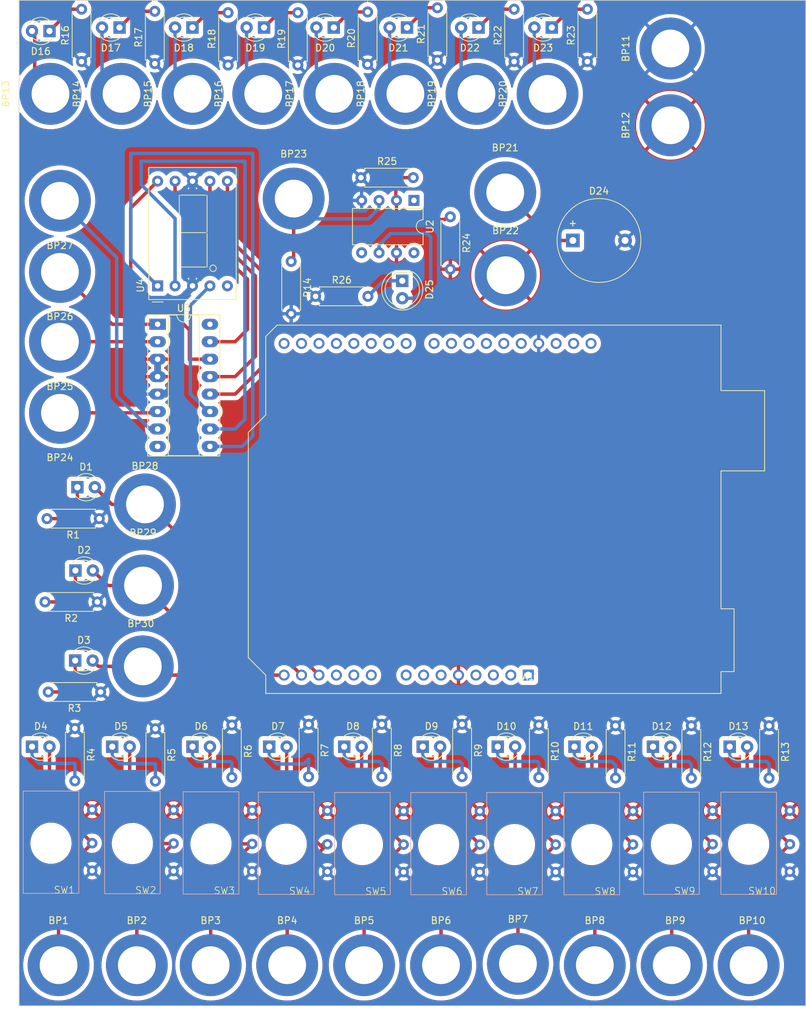
<source format=kicad_pcb>
(kicad_pcb (version 20221018) (generator pcbnew)
  (layers (0 "F.Cu" signal) (31 "B.Cu" signal) (34 "B.Paste" user) (35 "F.Paste" user) (36 "B.SilkS" user "B.Silkscreen") (37 "F.SilkS" user "F.Silkscreen") (38 "B.Mask" user) (39 "F.Mask" user) (44 "Edge.Cuts" user))
  (net 0 "")
  (net 1 "GNDREF")
  (net 2 "Net-(D6-K)")
  (net 3 "Net-(D25-K)")
  (net 4 "Net-(U2--)")
  (net 5 "+5V")
  (net 6 "Net-(D23-K)")
  (net 7 "Net-(D22-K)")
  (net 8 "Net-(D21-K)")
  (net 9 "Net-(D20-K)")
  (net 10 "Net-(D19-K)")
  (net 11 "Net-(D18-K)")
  (net 12 "Net-(D17-K)")
  (net 13 "Net-(D16-K)")
  (net 14 "/V(input)")
  (net 15 "Net-(D13-K)")
  (net 16 "Net-(D12-K)")
  (net 17 "Net-(D11-K)")
  (net 18 "Net-(D10-K)")
  (net 19 "Net-(D9-K)")
  (net 20 "Net-(D8-K)")
  (net 21 "Net-(D7-K)")
  (net 22 "Net-(D1-K)")
  (net 23 "Net-(D2-K)")
  (net 24 "Net-(D3-K)")
  (net 25 "Net-(D4-K)")
  (net 26 "Net-(D5-K)")
  (net 29 "Net-(D25-A)")
  (net 31 "Net-(BP26-A)")
  (net 32 "Net-(BP25-A)")
  (net 33 "Net-(BP24-A)")
  (net 34 "Net-(BP27-A)")
  (net 35 "Vss")
  (net 36 "Net-(U3-Qe)")
  (net 37 "Net-(U3-Qd)")
  (net 38 "Net-(U3-Qc)")
  (net 39 "Net-(U3-Qb)")
  (net 40 "Net-(U3-Qa)")
  (net 41 "Net-(U3-Qg)")
  (net 42 "Net-(U3-Qf)")
  (net 43 "Vdd")
  (net 44 "Net-(BP30-A)")
  (net 45 "Net-(BP29-A)")
  (net 46 "Net-(BP14-A)")
  (net 47 "Net-(BP1-A)")
  (net 48 "Net-(BP2-A)")
  (net 49 "Net-(BP3-A)")
  (net 50 "Net-(BP4-A)")
  (net 51 "Net-(BP5-A)")
  (net 52 "Net-(BP6-A)")
  (net 53 "Net-(BP7-A)")
  (net 54 "Net-(BP8-A)")
  (net 55 "Net-(BP9-A)")
  (net 56 "Net-(BP10-A)")
  (net 57 "Net-(BP13-A)")
  (net 58 "Net-(A1-A3)")
  (net 59 "Net-(BP15-A)")
  (net 60 "Net-(BP16-A)")
  (net 61 "Net-(BP17-A)")
  (net 62 "Net-(BP18-A)")
  (net 63 "Net-(BP19-A)")
  (net 64 "Net-(BP20-A)")
  (net 65 "Net-(BP21-A)")
  (footprint "MountingHole:banana_plug(modified thickness)" (layer "F.Cu") (at 17.15 140.4)
    (fp_text reference "BP2")
    (fp_text value "banana plug")
  )
  (footprint "MountingHole:banana_plug(modified thickness)" (layer "F.Cu") (at 5.952 60.026 180)
    (fp_text reference "BP24")
    (fp_text value "banana plug")
  )
  (footprint "Button_Switch_THT:SPDT_platemount_switch(platemount)" (layer "F.Cu") (at 63.05 130.15)
    (fp_text reference "SW6")
    (fp_text value "SW_Push_SPDT")
  )
  (footprint "MountingHole:banana_plug(modified thickness)" (layer "F.Cu") (at 50.244 140.4)
    (fp_text reference "BP5")
    (fp_text value "banana plug")
  )
  (footprint "LED_THT:LED_D3.0mm" (layer "F.Cu") (at 25.256 3.956 180)
    (fp_text reference "D18")
    (fp_text value "CQY99")
  )
  (footprint "Resistor_THT:R_Axial_DIN0207_L6.3mm_D2.5mm_P7.62mm_Horizontal" (layer "F.Cu") (at 19.85 106 -90)
    (fp_text reference "R5")
    (fp_text value "330")
  )
  (footprint "LED_THT:LED_D3.0mm" (layer "F.Cu") (at 66.912 3.956 180)
    (fp_text reference "D22")
    (fp_text value "CQY99")
  )
  (footprint "MountingHole:banana_plug(modified thickness)" (layer "F.Cu") (at 66.61 13.608 90)
    (fp_text reference "BP19")
    (fp_text value "banana plug")
  )
  (footprint "LED_THT:LED_D3.0mm" (layer "F.Cu") (at 92.312 108.604)
    (fp_text reference "D12")
    (fp_text value "CQY99")
  )
  (footprint "LED_THT:LED_D3.0mm" (layer "F.Cu") (at 56.503 3.956 180)
    (fp_text reference "D21")
    (fp_text value "CQY99")
  )
  (footprint "MountingHole:banana_plug(modified thickness)" (layer "F.Cu") (at 4.572 13.608 90)
    (fp_text reference "BP13")
    (fp_text value "banana plug")
  )
  (footprint "Display_7Segment:D1X8K" (layer "F.Cu") (at 20.176 41.548 90)
    (fp_text reference "U4")
    (fp_text value "D168K")
  )
  (footprint "Button_Switch_THT:SPDT_platemount_switch(platemount)" (layer "F.Cu") (at 51.95 130.15)
    (fp_text reference "SW5")
    (fp_text value "SW_Push_SPDT")
  )
  (footprint "MountingHole:banana_plug(modified thickness)" (layer "F.Cu") (at 14.922 13.608 90)
    (fp_text reference "BP14")
    (fp_text value "banana plug")
  )
  (footprint "MountingHole:banana_plug(modified thickness)" (layer "F.Cu") (at 5.75 140.4)
    (fp_text reference "BP1")
    (fp_text value "banana plug")
  )
  (footprint "Resistor_THT:R_Axial_DIN0207_L6.3mm_D2.5mm_P7.62mm_Horizontal" (layer "F.Cu") (at 109.22 105.556 -90)
    (fp_text reference "R13")
    (fp_text value "330")
  )
  (footprint "MountingHole:banana_plug(modified thickness)" (layer "F.Cu") (at 70.8 27.95)
    (fp_text reference "BP21")
    (fp_text value "banana plug")
  )
  (footprint "LED_THT:LED_D3.0mm" (layer "F.Cu") (at 4.428 4.464 180)
    (fp_text reference "D16")
    (fp_text value "CQY99")
  )
  (footprint "Resistor_THT:R_Axial_DIN0207_L6.3mm_D2.5mm_P7.62mm_Horizontal" (layer "F.Cu") (at 64.516 105.349 -90)
    (fp_text reference "R9")
    (fp_text value "330")
  )
  (footprint "MountingHole:banana_plug(modified thickness)" (layer "F.Cu") (at 39.044 140.4)
    (fp_text reference "BP4")
    (fp_text value "banana plug")
  )
  (footprint "Resistor_THT:R_Axial_DIN0207_L6.3mm_D2.5mm_P7.62mm_Horizontal" (layer "F.Cu") (at 30.988 105.4525 -90)
    (fp_text reference "R6")
    (fp_text value "330")
  )
  (footprint "LED_THT:LED_D3.0mm" (layer "F.Cu") (at 77.58 3.956 180)
    (fp_text reference "D23")
    (fp_text value "CQY99")
  )
  (footprint "MountingHole:banana_plug(modified thickness)" (layer "F.Cu") (at 72.65 140.2)
    (fp_text reference "BP7")
    (fp_text value "banana plug")
  )
  (footprint "Resistor_THT:R_Axial_DIN0207_L6.3mm_D2.5mm_P7.62mm_Horizontal" (layer "F.Cu") (at 19.768 9.211 90)
    (fp_text reference "R17")
    (fp_text value "330")
  )
  (footprint "Resistor_THT:R_Axial_DIN0207_L6.3mm_D2.5mm_P7.62mm_Horizontal" (layer "F.Cu") (at 52.832 105.349 -90)
    (fp_text reference "R8")
    (fp_text value "330")
  )
  (footprint "LED_THT:LED_D3.0mm" (layer "F.Cu") (at 8.1755 96.0715)
    (fp_text reference "D3")
    (fp_text value "CQY99")
  )
  (footprint "LED_THT:LED_D3.0mm" (layer "F.Cu") (at 47.349 108.604)
    (fp_text reference "D8")
    (fp_text value "CQY99")
  )
  (footprint "LED_THT:LED_D5.0mm_IRGrey" (layer "F.Cu") (at 55.804 40.812 -90)
    (fp_text reference "D25")
    (fp_text value "LED")
  )
  (footprint "Resistor_THT:R_Axial_DIN0207_L6.3mm_D2.5mm_P7.62mm_Horizontal" (layer "F.Cu") (at 42.164 105.349 -90)
    (fp_text reference "R7")
    (fp_text value "330")
  )
  (footprint "MountingHole:banana_plug(modified thickness)" (layer "F.Cu") (at 5.952 39.516 180)
    (fp_text reference "BP26")
    (fp_text value "banana plug")
  )
  (footprint "Button_Switch_THT:SPDT_platemount_switch(platemount)" (layer "F.Cu") (at 74.1 130.15)
    (fp_text reference "SW7")
    (fp_text value "SW_Push_SPDT")
  )
  (footprint "LED_THT:LED_D3.0mm" (layer "F.Cu") (at 35.675 3.956 180)
    (fp_text reference "D19")
    (fp_text value "CQY99")
  )
  (footprint "MountingHole:banana_plug(modified thickness)" (layer "F.Cu") (at 27.9 140.4)
    (fp_text reference "BP3")
    (fp_text value "banana plug")
  )
  (footprint "MountingHole:banana_plug(modified thickness)" (layer "F.Cu") (at 18.05 85.15)
    (fp_text reference "BP29")
    (fp_text value "banana plug")
  )
  (footprint "Resistor_THT:R_Axial_DIN0207_L6.3mm_D2.5mm_P7.62mm_Horizontal" (layer "F.Cu") (at 62.8 31.5 -90)
    (fp_text reference "R24")
    (fp_text value "330")
  )
  (footprint "LED_THT:LED_D3.0mm" (layer "F.Cu") (at 69.701 108.604)
    (fp_text reference "D10")
    (fp_text value "CQY99")
  )
  (footprint "MountingHole:banana_plug(modified thickness)" (layer "F.Cu") (at 18.335 73.35)
    (fp_text reference "BP28")
    (fp_text value "banana plug")
  )
  (footprint "Package_DIP:DIP-8_W7.62mm" (layer "F.Cu") (at 57.504 29.112 -90)
    (fp_text reference "U2")
    (fp_text value "LM741")
  )
  (footprint "Resistor_THT:R_Axial_DIN0207_L6.3mm_D2.5mm_P7.62mm_Horizontal" (layer "F.Cu") (at 39.624 37.992 -90)
    (fp_text reference "R14")
    (fp_text value "330")
  )
  (footprint "MountingHole:banana_plug(modified thickness)" (layer "F.Cu") (at 95.044 140.4)
    (fp_text reference "BP9")
    (fp_text value "banana plug")
  )
  (footprint "MountingHole:banana_plug(modified thickness)" (layer "F.Cu") (at 35.56 13.608 90)
    (fp_text reference "BP16")
    (fp_text value "banana plug")
  )
  (footprint "Resistor_THT:R_Axial_DIN0207_L6.3mm_D2.5mm_P7.62mm_Horizontal" (layer "F.Cu") (at 43.18 43.072)
    (fp_text reference "R26")
    (fp_text value "330")
  )
  (footprint "Resistor_THT:R_Axial_DIN0207_L6.3mm_D2.5mm_P7.62mm_Horizontal" (layer "F.Cu") (at 75.692 105.4525 -90)
    (fp_text reference "R10")
    (fp_text value "330")
  )
  (footprint "MountingHole:banana_plug(modified thickness)" (layer "F.Cu") (at 70.85 40)
    (fp_text reference "BP22")
    (fp_text value "banana plug")
  )
  (footprint "MountingHole:banana_plug(modified thickness)" (layer "F.Cu") (at 94.852 7.004 90)
    (fp_text reference "BP11")
    (fp_text value "banana plug")
  )
  (footprint "LED_THT:LED_D3.0mm" (layer "F.Cu") (at 58.784 108.604)
    (fp_text reference "D9")
    (fp_text value "CQY99")
  )
  (footprint "MountingHole:banana_plug(modified thickness)" (layer "F.Cu") (at 39.988 28.848)
    (fp_text reference "BP23")
    (fp_text value "banana plug")
  )
  (footprint "MountingHole:banana_plug(modified thickness)" (layer "F.Cu") (at 83.844 140.4)
    (fp_text reference "BP8")
    (fp_text value "banana plug")
  )
  (footprint "Button_Switch_THT:SPDT_platemount_switch(platemount)" (layer "F.Cu") (at 6.6 129.95)
    (fp_text reference "SW1")
    (fp_text value "SW_Push_SPDT")
  )
  (footprint "Resistor_THT:R_Axial_DIN0207_L6.3mm_D2.5mm_P7.62mm_Horizontal" (layer "F.Cu") (at 11.8755 100.6435 180)
    (fp_text reference "R3")
    (fp_text value "330")
  )
  (footprint "Resistor_THT:R_Axial_DIN0207_L6.3mm_D2.5mm_P7.62mm_Horizontal" (layer "F.Cu") (at 60.916 8.703 90)
    (fp_text reference "R21")
    (fp_text value "330")
  )
  (footprint "LED_THT:LED_D3.0mm" (layer "F.Cu") (at 8.492 70.851)
    (fp_text reference "D1")
    (fp_text value "CQY99")
  )
  (footprint "Resistor_THT:R_Axial_DIN0207_L6.3mm_D2.5mm_P7.62mm_Horizontal" (layer "F.Cu") (at 11.399 87.541 180)
    (fp_text reference "R2")
    (fp_text value "330")
  )
  (footprint "Resistor_THT:R_Axial_DIN0207_L6.3mm_D2.5mm_P7.62mm_Horizontal" (layer "F.Cu") (at 40.596 9.418 90)
    (fp_text reference "R19")
    (fp_text value "330")
  )
  (footprint "LED_THT:LED_D3.0mm" (layer "F.Cu") (at 36.432 108.604)
    (fp_text reference "D7")
    (fp_text value "CQY99")
  )
  (footprint "LED_THT:LED_D3.0mm" (layer "F.Cu") (at 14.626 3.956 180)
    (fp_text reference "D17")
    (fp_text value "CQY99")
  )
  (footprint "MountingHole:banana_plug(modified thickness)" (layer "F.Cu") (at 5.952 29.166 180)
    (fp_text reference "BP27")
    (fp_text value "banana plug")
  )
  (footprint "LED_THT:LED_D3.0mm" (layer "F.Cu") (at 25.256 108.604)
    (fp_text reference "D6")
    (fp_text value "CQY99")
  )
  (footprint "LED_THT:LED_D3.0mm" (layer "F.Cu") (at 80.877 108.604)
    (fp_text reference "D11")
    (fp_text value "CQY99")
  )
  (footprint "Resistor_THT:R_Axial_DIN0207_L6.3mm_D2.5mm_P7.62mm_Horizontal" (layer "F.Cu") (at 82.76 8.91 90)
    (fp_text reference "R23")
    (fp_text value "330")
  )
  (footprint "Button_Switch_THT:SPDT_platemount_switch(platemount)" (layer "F.Cu") (at 29.9 130.05)
    (fp_text reference "SW3")
    (fp_text value "SW_Push_SPDT")
  )
  (footprint "Package_DIP:DIP-16_W7.62mm_Socket_LongPads" (layer "F.Cu") (at 20.176 47.136)
    (fp_text reference "U3")
    (fp_text value "CD4511B")
  )
  (footprint "LED_THT:LED_D3.0mm" (layer "F.Cu") (at 103.488 108.604)
    (fp_text reference "D13")
    (fp_text value "CQY99")
  )
  (footprint "Resistor_THT:R_Axial_DIN0207_L6.3mm_D2.5mm_P7.62mm_Horizontal" (layer "F.Cu") (at 72.092 8.91 90)
    (fp_text reference "R22")
    (fp_text value "330")
  )
  (footprint "Module:Arduino_UNO_R3" (layer "F.Cu") (at 74.151 98.19 180)
    (fp_text reference "A1")
    (fp_text value "Arduino_UNO_R3")
  )
  (footprint "Resistor_THT:R_Axial_DIN0207_L6.3mm_D2.5mm_P7.62mm_Horizontal" (layer "F.Cu") (at 8.128 105.9605 -90)
    (fp_text reference "R4")
    (fp_text value "330")
  )
  (footprint "LED_THT:LED_D3.0mm" (layer "F.Cu") (at 1.888 108.604)
    (fp_text reference "D4")
    (fp_text value "CQY99")
  )
  (footprint "Resistor_THT:R_Axial_DIN0207_L6.3mm_D2.5mm_P7.62mm_Horizontal" (layer "F.Cu") (at 86.868 105.556 -90)
    (fp_text reference "R11")
    (fp_text value "330")
  )
  (footprint "Resistor_THT:R_Axial_DIN0207_L6.3mm_D2.5mm_P7.62mm_Horizontal" (layer "F.Cu") (at 30.436 9.418 90)
    (fp_text reference "R18")
    (fp_text value "330")
  )
  (footprint "Button_Switch_THT:SPDT_platemount_switch(platemount)" (layer "F.Cu") (at 96.95 130.1)
    (fp_text reference "SW9")
    (fp_text value "SW_Push_SPDT")
  )
  (footprint "Resistor_THT:R_Axial_DIN0207_L6.3mm_D2.5mm_P7.62mm_Horizontal" (layer "F.Cu") (at 49.784 25.8)
    (fp_text reference "R25")
    (fp_text value "330")
  )
  (footprint "Resistor_THT:R_Axial_DIN0207_L6.3mm_D2.5mm_P7.62mm_Horizontal" (layer "F.Cu") (at 9.1 8.91 90)
    (fp_text reference "R16")
    (fp_text value "330")
  )
  (footprint "LED_THT:LED_D3.0mm" (layer "F.Cu") (at 13.572 108.604)
    (fp_text reference "D5")
    (fp_text value "CQY99")
  )
  (footprint "MountingHole:banana_plug(modified thickness)" (layer "F.Cu") (at 56.26 13.608 90)
    (fp_text reference "BP18")
    (fp_text value "banana plug")
  )
  (footprint "Button_Switch_THT:SPDT_platemount_switch(platemount)" (layer "F.Cu") (at 40.85 130.1)
    (fp_text reference "SW4")
    (fp_text value "SW_Push_SPDT")
  )
  (footprint "MountingHole:banana_plug(modified thickness)" (layer "F.Cu") (at 94.852 18.18 90)
    (fp_text reference "BP12")
    (fp_text value "banana plug")
  )
  (footprint "Resistor_THT:R_Axial_DIN0207_L6.3mm_D2.5mm_P7.62mm_Horizontal" (layer "F.Cu") (at 97.9 105.556 -90)
    (fp_text reference "R12")
    (fp_text value "330")
  )
  (footprint "MountingHole:banana_plug(modified thickness)" (layer "F.Cu") (at 5.952 49.676 180)
    (fp_text reference "BP25")
    (fp_text value "banana plug")
  )
  (footprint "Buzzer_Beeper:Buzzer_12x9.5RM7.6" (layer "F.Cu") (at 80.648 34.944)
    (fp_text reference "D24")
    (fp_text value "LED")
  )
  (footprint "Resistor_THT:R_Axial_DIN0207_L6.3mm_D2.5mm_P7.62mm_Horizontal" (layer "F.Cu") (at 50.756 9.3145 90)
    (fp_text reference "R20")
    (fp_text value "330")
  )
  (footprint "Button_Switch_THT:SPDT_platemount_switch(platemount)" (layer "F.Cu") (at 18.45 130)
    (fp_text reference "SW2")
    (fp_text value "SW_Push_SPDT")
  )
  (footprint "Resistor_THT:R_Axial_DIN0207_L6.3mm_D2.5mm_P7.62mm_Horizontal" (layer "F.Cu") (at 11.684 75.423 180)
    (fp_text reference "R1")
    (fp_text value "330")
  )
  (footprint "LED_THT:LED_D3.0mm" (layer "F.Cu") (at 45.835 3.956 180)
    (fp_text reference "D20")
    (fp_text value "CQY99")
  )
  (footprint "MountingHole:banana_plug(modified thickness)" (layer "F.Cu") (at 76.96 13.608 90)
    (fp_text reference "BP20")
    (fp_text value "banana plug")
  )
  (footprint "LED_THT:LED_D3.0mm" (layer "F.Cu") (at 8.207 82.969)
    (fp_text reference "D2")
    (fp_text value "CQY99")
  )
  (footprint "Button_Switch_THT:SPDT_platemount_switch(platemount)" (layer "F.Cu") (at 108.2 130.1)
    (fp_text reference "SW10")
    (fp_text value "SW_Push_SPDT")
  )
  (footprint "MountingHole:banana_plug(modified thickness)" (layer "F.Cu") (at 106.244 140.4)
    (fp_text reference "BP10")
    (fp_text value "banana plug")
  )
  (footprint "Button_Switch_THT:SPDT_platemount_switch(platemount)" (layer "F.Cu") (at 85.35 130.15)
    (fp_text reference "SW8")
    (fp_text value "SW_Push_SPDT")
  )
  (footprint "MountingHole:banana_plug(modified thickness)" (layer "F.Cu") (at 45.91 13.608 90)
    (fp_text reference "BP17")
    (fp_text value "banana plug")
  )
  (footprint "MountingHole:banana_plug(modified thickness)" (layer "F.Cu") (at 18.0185 96.9185)
    (fp_text reference "BP30")
    (fp_text value "banana plug")
  )
  (footprint "MountingHole:banana_plug(modified thickness)" (layer "F.Cu") (at 61.444 140.4)
    (fp_text reference "BP6")
    (fp_text value "banana plug")
  )
  (footprint "MountingHole:banana_plug(modified thickness)" (layer "F.Cu") (at 25.272 13.608 90)
    (fp_text reference "BP15")
    (fp_text value "banana plug")
  )
  (gr_rect (start 0 0) (end 114.55 146.304) (stroke (width 0.1)) (fill none) (layer "Edge.Cuts"))
  (segment (start 49.884 25.9) (end 49.784 25.8) (width 1) (layer "F.Cu") (net 1))
  (segment (start 23.15 55.45337) (end 21.30737 57.296) (width 1) (layer "B.Cu") (net 1))
  (segment (start 25.256 41.548) (end 25.256 41.765717) (width 1) (layer "B.Cu") (net 1))
  (segment (start 23.15 43.871717) (end 23.15 55.45337) (width 1) (layer "B.Cu") (net 1))
  (segment (start 25.256 26.308) (end 25.256 41.548) (width 1) (layer "B.Cu") (net 1))
  (segment (start 21.30737 57.296) (end 20.176 57.296) (width 1) (layer "B.Cu") (net 1))
  (segment (start 25.256 41.765717) (end 23.15 43.871717) (width 1) (layer "B.Cu") (net 1))
  (segment (start 25.256 108.604) (end 25.256 110.004) (width 0.5) (layer "B.Cu") (net 2))
  (segment (start 26.006 110.754) (end 30.7665 110.754) (width 0.5) (layer "B.Cu") (net 2))
  (segment (start 30.988 110.9755) (end 30.988 113.0725) (width 0.5) (layer "B.Cu") (net 2))
  (segment (start 30.7665 110.754) (end 30.988 110.9755) (width 0.5) (layer "B.Cu") (net 2))
  (segment (start 25.256 110.004) (end 26.006 110.754) (width 0.5) (layer "B.Cu") (net 2))
  (segment (start 53.06 40.812) (end 55.804 40.812) (width 0.5) (layer "B.Cu") (net 3))
  (segment (start 50.8 43.072) (end 53.06 40.812) (width 0.5) (layer "B.Cu") (net 3))
  (segment (start 56.188 31.896) (end 61.976 31.896) (width 0.5) (layer "F.Cu") (net 4))
  (segment (start 54.964 29.112) (end 54.964 30.672) (width 0.5) (layer "F.Cu") (net 4))
  (segment (start 54.864 25.8) (end 54.864 29.012) (width 0.5) (layer "F.Cu") (net 4))
  (segment (start 54.864 29.012) (end 54.964 29.112) (width 0.5) (layer "F.Cu") (net 4))
  (segment (start 57.404 25.8) (end 54.864 25.8) (width 0.5) (layer "F.Cu") (net 4))
  (segment (start 61.976 31.896) (end 62.484 31.388) (width 0.5) (layer "F.Cu") (net 4))
  (segment (start 54.964 30.672) (end 56.188 31.896) (width 0.5) (layer "F.Cu") (net 4))
  (segment (start 20.176 52.216) (end 20.176 54.756) (width 1) (layer "B.Cu") (net 5))
  (segment (start 82.76 1.29) (end 80.246 1.29) (width 0.5) (layer "F.Cu") (net 6))
  (segment (start 80.246 1.29) (end 77.58 3.956) (width 0.5) (layer "F.Cu") (net 6))
  (segment (start 69.578 1.29) (end 66.912 3.956) (width 0.5) (layer "F.Cu") (net 7))
  (segment (start 72.092 1.29) (end 69.578 1.29) (width 0.5) (layer "F.Cu") (net 7))
  (segment (start 59.376 1.083) (end 56.503 3.956) (width 0.5) (layer "F.Cu") (net 8))
  (segment (start 60.916 1.083) (end 59.376 1.083) (width 0.5) (layer "F.Cu") (net 8))
  (segment (start 50.756 1.6945) (end 48.0965 1.6945) (width 0.5) (layer "F.Cu") (net 9))
  (segment (start 48.0965 1.6945) (end 45.835 3.956) (width 0.5) (layer "F.Cu") (net 9))
  (segment (start 40.596 1.798) (end 37.833 1.798) (width 0.5) (layer "F.Cu") (net 10))
  (segment (start 37.833 1.798) (end 35.675 3.956) (width 0.5) (layer "F.Cu") (net 10))
  (segment (start 27.414 1.798) (end 25.256 3.956) (width 0.5) (layer "F.Cu") (net 11))
  (segment (start 30.436 1.798) (end 27.414 1.798) (width 0.5) (layer "F.Cu") (net 11))
  (segment (start 19.768 1.591) (end 16.991 1.591) (width 0.5) (layer "F.Cu") (net 12))
  (segment (start 16.991 1.591) (end 14.626 3.956) (width 0.5) (layer "F.Cu") (net 12))
  (segment (start 7.602 1.29) (end 4.428 4.464) (width 0.5) (layer "F.Cu") (net 13))
  (segment (start 9.1 1.29) (end 7.602 1.29) (width 0.5) (layer "F.Cu") (net 13))
  (segment (start 39.988 37.628) (end 39.624 37.992) (width 0.5) (layer "F.Cu") (net 14))
  (segment (start 39.988 28.848) (end 39.988 37.628) (width 0.5) (layer "F.Cu") (net 14))
  (segment (start 50.86937 31.798) (end 42.938 31.798) (width 0.5) (layer "B.Cu") (net 14))
  (segment (start 52.424 30.24337) (end 50.86937 31.798) (width 0.5) (layer "B.Cu") (net 14))
  (segment (start 42.938 31.798) (end 39.988 28.848) (width 0.5) (layer "B.Cu") (net 14))
  (segment (start 52.424 29.112) (end 52.424 30.24337) (width 0.5) (layer "B.Cu") (net 14))
  (segment (start 108.85 110.754) (end 109.22 111.124) (width 0.5) (layer "B.Cu") (net 15))
  (segment (start 109.22 111.124) (end 109.22 113.176) (width 0.5) (layer "B.Cu") (net 15))
  (segment (start 103.488 110.004) (end 104.238 110.754) (width 0.5) (layer "B.Cu") (net 15))
  (segment (start 104.238 110.754) (end 108.85 110.754) (width 0.5) (layer "B.Cu") (net 15))
  (segment (start 103.488 108.604) (end 103.488 110.004) (width 0.5) (layer "B.Cu") (net 15))
  (segment (start 92.312 110.004) (end 93.062 110.754) (width 0.5) (layer "B.Cu") (net 16))
  (segment (start 97.9 111.154) (end 97.9 113.176) (width 0.5) (layer "B.Cu") (net 16))
  (segment (start 97.5 110.754) (end 97.9 111.154) (width 0.5) (layer "B.Cu") (net 16))
  (segment (start 92.312 108.604) (end 92.312 110.004) (width 0.5) (layer "B.Cu") (net 16))
  (segment (start 93.062 110.754) (end 97.5 110.754) (width 0.5) (layer "B.Cu") (net 16))
  (segment (start 80.877 110.004) (end 81.627 110.754) (width 0.5) (layer "B.Cu") (net 17))
  (segment (start 80.877 108.604) (end 80.877 110.004) (width 0.5) (layer "B.Cu") (net 17))
  (segment (start 81.627 110.754) (end 86.3 110.754) (width 0.5) (layer "B.Cu") (net 17))
  (segment (start 86.868 111.322) (end 86.868 113.176) (width 0.5) (layer "B.Cu") (net 17))
  (segment (start 86.3 110.754) (end 86.868 111.322) (width 0.5) (layer "B.Cu") (net 17))
  (segment (start 69.701 110.004) (end 70.451 110.754) (width 0.5) (layer "B.Cu") (net 18))
  (segment (start 70.451 110.754) (end 75.4705 110.754) (width 0.5) (layer "B.Cu") (net 18))
  (segment (start 75.4705 110.754) (end 75.692 110.9755) (width 0.5) (layer "B.Cu") (net 18))
  (segment (start 75.692 110.9755) (end 75.692 113.0725) (width 0.5) (layer "B.Cu") (net 18))
  (segment (start 69.701 108.604) (end 69.701 110.004) (width 0.5) (layer "B.Cu") (net 18))
  (segment (start 59.534 110.754) (end 64.191 110.754) (width 0.5) (layer "B.Cu") (net 19))
  (segment (start 64.516 111.079) (end 64.516 112.969) (width 0.5) (layer "B.Cu") (net 19))
  (segment (start 58.784 110.004) (end 59.534 110.754) (width 0.5) (layer "B.Cu") (net 19))
  (segment (start 58.784 108.604) (end 58.784 110.004) (width 0.5) (layer "B.Cu") (net 19))
  (segment (start 64.191 110.754) (end 64.516 111.079) (width 0.5) (layer "B.Cu") (net 19))
  (segment (start 48.099 110.754) (end 52.507 110.754) (width 0.5) (layer "B.Cu") (net 20))
  (segment (start 52.507 110.754) (end 52.832 111.079) (width 0.5) (layer "B.Cu") (net 20))
  (segment (start 52.832 111.079) (end 52.832 112.969) (width 0.5) (layer "B.Cu") (net 20))
  (segment (start 47.349 108.604) (end 47.349 110.004) (width 0.5) (layer "B.Cu") (net 20))
  (segment (start 47.349 110.004) (end 48.099 110.754) (width 0.5) (layer "B.Cu") (net 20))
  (segment (start 42.164 110.429) (end 42.164 112.969) (width 0.5) (layer "B.Cu") (net 21))
  (segment (start 37.557 111.129) (end 41.464 111.129) (width 0.5) (layer "B.Cu") (net 21))
  (segment (start 41.464 111.129) (end 42.164 110.429) (width 0.5) (layer "B.Cu") (net 21))
  (segment (start 36.432 110.004) (end 37.557 111.129) (width 0.5) (layer "B.Cu") (net 21))
  (segment (start 36.432 108.604) (end 36.432 110.004) (width 0.5) (layer "B.Cu") (net 21))
  (segment (start 6.604 75.423) (end 4.064 75.423) (width 0.5) (layer "F.Cu") (net 22))
  (segment (start 8.492 70.851) (end 8.492 73.535) (width 0.5) (layer "F.Cu") (net 22))
  (segment (start 8.492 73.535) (end 6.604 75.423) (width 0.5) (layer "F.Cu") (net 22))
  (segment (start 8.207 85.653) (end 6.319 87.541) (width 0.5) (layer "F.Cu") (net 23))
  (segment (start 6.319 87.541) (end 3.779 87.541) (width 0.5) (layer "F.Cu") (net 23))
  (segment (start 8.207 82.969) (end 8.207 85.653) (width 0.5) (layer "F.Cu") (net 23))
  (segment (start 6.7955 100.6435) (end 4.2555 100.6435) (width 0.5) (layer "F.Cu") (net 24))
  (segment (start 8.1755 99.2635) (end 6.7955 100.6435) (width 0.5) (layer "F.Cu") (net 24))
  (segment (start 8.1755 96.0715) (end 8.1755 99.2635) (width 0.5) (layer "F.Cu") (net 24))
  (segment (start 1.888 110.004) (end 2.9245 111.0405) (width 0.5) (layer "B.Cu") (net 25))
  (segment (start 1.888 108.604) (end 1.888 110.004) (width 0.5) (layer "B.Cu") (net 25))
  (segment (start 8.128 111.0405) (end 8.128 113.5805) (width 0.5) (layer "B.Cu") (net 25))
  (segment (start 2.9245 111.0405) (end 8.128 111.0405) (width 0.5) (layer "B.Cu") (net 25))
  (segment (start 19.85 111.08) (end 19.85 113.62) (width 0.5) (layer "B.Cu") (net 26))
  (segment (start 13.572 108.604) (end 13.572 110.004) (width 0.5) (layer "B.Cu") (net 26))
  (segment (start 13.572 110.004) (end 14.648 111.08) (width 0.5) (layer "B.Cu") (net 26))
  (segment (start 14.648 111.08) (end 19.85 111.08) (width 0.5) (layer "B.Cu") (net 26))
  (segment (start 59.944 40.972) (end 57.564 43.352) (width 0.5) (layer "B.Cu") (net 29))
  (segment (start 52.424 35.60063) (end 54.09663 33.928) (width 0.5) (layer "B.Cu") (net 29))
  (segment (start 59.944 34.436) (end 59.944 40.972) (width 0.5) (layer "B.Cu") (net 29))
  (segment (start 54.09663 33.928) (end 59.436 33.928) (width 0.5) (layer "B.Cu") (net 29))
  (segment (start 52.424 36.732) (end 52.424 35.60063) (width 0.5) (layer "B.Cu") (net 29))
  (segment (start 59.436 33.928) (end 59.944 34.436) (width 0.5) (layer "B.Cu") (net 29))
  (segment (start 57.564 43.352) (end 55.804 43.352) (width 0.5) (layer "B.Cu") (net 29))
  (segment (start 20.176 47.136) (end 13.572 47.136) (width 0.5) (layer "F.Cu") (net 31))
  (segment (start 13.572 47.136) (end 5.952 39.516) (width 0.5) (layer "F.Cu") (net 31))
  (segment (start 20.176 49.676) (end 5.952 49.676) (width 0.5) (layer "F.Cu") (net 32))
  (segment (start 5.952 60.026) (end 19.986 60.026) (width 0.5) (layer "F.Cu") (net 33))
  (segment (start 19.986 60.026) (end 20.176 59.836) (width 0.5) (layer "F.Cu") (net 33))
  (segment (start 5.952 29.166) (end 14.224 37.438) (width 0.5) (layer "B.Cu") (net 34))
  (segment (start 19.04463 62.376) (end 20.176 62.376) (width 0.5) (layer "B.Cu") (net 34))
  (segment (start 14.224 57.55537) (end 19.04463 62.376) (width 0.5) (layer "B.Cu") (net 34))
  (segment (start 14.224 37.438) (end 14.224 57.55537) (width 0.5) (layer "B.Cu") (net 34))
  (segment (start 16.28 22.268) (end 34.036 22.268) (width 0.5) (layer "B.Cu") (net 36))
  (segment (start 32.512 64.916) (end 27.796 64.916) (width 0.5) (layer "B.Cu") (net 36))
  (segment (start 34.036 63.392) (end 32.512 64.916) (width 0.5) (layer "B.Cu") (net 36))
  (segment (start 20.176 41.548) (end 16.28 37.652) (width 0.5) (layer "B.Cu") (net 36))
  (segment (start 16.28 37.652) (end 16.28 22.268) (width 0.5) (layer "B.Cu") (net 36))
  (segment (start 34.036 22.268) (end 34.036 63.392) (width 0.5) (layer "B.Cu") (net 36))
  (segment (start 17.78 26.811138) (end 17.78 23.418) (width 0.5) (layer "B.Cu") (net 37))
  (segment (start 32.886 60.95737) (end 31.46737 62.376) (width 0.5) (layer "B.Cu") (net 37))
  (segment (start 22.716 41.548) (end 22.716 31.747138) (width 0.5) (layer "B.Cu") (net 37))
  (segment (start 17.78 23.418) (end 32.886 23.418) (width 0.5) (layer "B.Cu") (net 37))
  (segment (start 32.886 23.418) (end 32.886 60.95737) (width 0.5) (layer "B.Cu") (net 37))
  (segment (start 22.716 31.747138) (end 17.78 26.811138) (width 0.5) (layer "B.Cu") (net 37))
  (segment (start 31.46737 62.376) (end 27.796 62.376) (width 0.5) (layer "B.Cu") (net 37))
  (segment (start 24.95 57.254163) (end 27.531837 59.836) (width 0.5) (layer "B.Cu") (net 38))
  (segment (start 27.796 41.548) (end 24.95 44.394) (width 0.5) (layer "B.Cu") (net 38))
  (segment (start 24.95 44.394) (end 24.95 57.254163) (width 0.5) (layer "B.Cu") (net 38))
  (segment (start 31.46737 57.296) (end 27.796 57.296) (width 0.5) (layer "F.Cu") (net 39))
  (segment (start 35.56 39.630222) (end 35.56 53.20337) (width 0.5) (layer "F.Cu") (net 39))
  (segment (start 30.336 34.406222) (end 35.56 39.630222) (width 0.5) (layer "F.Cu") (net 39))
  (segment (start 35.56 53.20337) (end 31.46737 57.296) (width 0.5) (layer "F.Cu") (net 39))
  (segment (start 30.336 26.308) (end 30.336 34.406222) (width 0.5) (layer "F.Cu") (net 39))
  (segment (start 34.41 51.81337) (end 31.46737 54.756) (width 0.5) (layer "F.Cu") (net 40))
  (segment (start 31.46737 54.756) (end 27.796 54.756) (width 0.5) (layer "F.Cu") (net 40))
  (segment (start 34.41 40.106568) (end 34.41 51.81337) (width 0.5) (layer "F.Cu") (net 40))
  (segment (start 27.796 26.308) (end 27.796 33.492568) (width 0.5) (layer "F.Cu") (net 40))
  (segment (start 27.796 33.492568) (end 34.41 40.106568) (width 0.5) (layer "F.Cu") (net 40))
  (segment (start 16.256 44.596) (end 21.436 44.596) (width 0.5) (layer "F.Cu") (net 41))
  (segment (start 24.834 52.216) (end 24.8 52.25) (width 0.5) (layer "F.Cu") (net 41))
  (segment (start 20.176 26.308) (end 16.256 30.228) (width 0.5) (layer "F.Cu") (net 41))
  (segment (start 21.436 44.596) (end 24.8 47.96) (width 0.5) (layer "F.Cu") (net 41))
  (segment (start 24.8 47.96) (end 24.8 52.25) (width 0.5) (layer "F.Cu") (net 41))
  (segment (start 16.256 30.228) (end 16.256 44.596) (width 0.5) (layer "F.Cu") (net 41))
  (segment (start 27.796 52.216) (end 24.834 52.216) (width 0.5) (layer "F.Cu") (net 41))
  (segment (start 33.26 40.582914) (end 22.716 30.038914) (width 0.5) (layer "F.Cu") (net 42))
  (segment (start 27.796 49.676) (end 31.46737 49.676) (width 0.5) (layer "F.Cu") (net 42))
  (segment (start 22.716 30.038914) (end 22.716 26.308) (width 0.5) (layer "F.Cu") (net 42))
  (segment (start 33.26 47.88337) (end 33.26 40.582914) (width 0.5) (layer "F.Cu") (net 42))
  (segment (start 31.46737 49.676) (end 33.26 47.88337) (width 0.5) (layer "F.Cu") (net 42))
  (segment (start 38.591 98.19) (end 19.29 98.19) (width 0.5) (layer "F.Cu") (net 44))
  (segment (start 19.29 98.19) (end 18.0185 96.9185) (width 0.5) (layer "F.Cu") (net 44))
  (segment (start 11.5625 96.9185) (end 10.7155 96.0715) (width 0.5) (layer "F.Cu") (net 44))
  (segment (start 18.0185 96.9185) (end 11.5625 96.9185) (width 0.5) (layer "F.Cu") (net 44))
  (segment (start 18.05 85.15) (end 12.928 85.15) (width 0.5) (layer "F.Cu") (net 45))
  (segment (start 23.7 90.8) (end 18.05 85.15) (width 0.5) (layer "F.Cu") (net 45))
  (segment (start 33.741 90.8) (end 23.7 90.8) (width 0.5) (layer "F.Cu") (net 45))
  (segment (start 12.928 85.15) (end 10.747 82.969) (width 0.5) (layer "F.Cu") (net 45))
  (segment (start 41.131 98.19) (end 33.741 90.8) (width 0.5) (layer "F.Cu") (net 45))
  (segment (start 12.086 10.772) (end 14.922 13.608) (width 0.5) (layer "B.Cu") (net 46))
  (segment (start 12.086 3.956) (end 12.086 10.772) (width 0.5) (layer "B.Cu") (net 46))
  (segment (start 5.75 140.4) (end 5.75 127.55) (width 0.5) (layer "F.Cu") (net 47))
  (segment (start 4.428 116.428) (end 10.65 122.65) (width 0.5) (layer "F.Cu") (net 47))
  (segment (start 5.75 127.55) (end 10.65 122.65) (width 0.5) (layer "F.Cu") (net 47))
  (segment (start 4.428 108.604) (end 4.428 116.428) (width 0.5) (layer "F.Cu") (net 47))
  (segment (start 16.112 108.604) (end 16.112 117.715806) (width 0.5) (layer "F.Cu") (net 48))
  (segment (start 17.15 140.4) (end 17.15 128.05) (width 0.5) (layer "F.Cu") (net 48))
  (segment (start 21.096194 122.7) (end 22.5 122.7) (width 0.5) (layer "F.Cu") (net 48))
  (segment (start 17.15 128.05) (end 22.5 122.7) (width 0.5) (layer "F.Cu") (net 48))
  (segment (start 16.112 117.715806) (end 21.096194 122.7) (width 0.5) (layer "F.Cu") (net 48))
  (segment (start 27.9 140.4) (end 27.9 128.8) (width 0.5) (layer "F.Cu") (net 49))
  (segment (start 32.546194 122.75) (end 33.95 122.75) (width 0.5) (layer "F.Cu") (net 49))
  (segment (start 27.9 128.8) (end 33.95 122.75) (width 0.5) (layer "F.Cu") (net 49))
  (segment (start 27.796 117.999806) (end 32.546194 122.75) (width 0.5) (layer "F.Cu") (net 49))
  (segment (start 27.796 108.604) (end 27.796 117.999806) (width 0.5) (layer "F.Cu") (net 49))
  (segment (start 44.9 122.8) (end 44.225 122.8) (width 0.5) (layer "F.Cu") (net 50))
  (segment (start 39.044 128.656) (end 44.3 123.4) (width 0.5) (layer "F.Cu") (net 50))
  (segment (start 39.044 140.4) (end 39.044 128.656) (width 0.5) (layer "F.Cu") (net 50))
  (segment (start 44.3 123.4) (end 38.972 118.072) (width 0.5) (layer "F.Cu") (net 50))
  (segment (start 44.3 123.4) (end 44.9 122.8) (width 0.5) (layer "F.Cu") (net 50))
  (segment (start 38.972 118.072) (end 38.972 108.604) (width 0.5) (layer "F.Cu") (net 50))
  (segment (start 49.889 108.604) (end 49.889 116.739) (width 0.5) (layer "F.Cu") (net 51))
  (segment (start 56 122.85) (end 50.244 128.606) (width 0.5) (layer "F.Cu") (net 51))
  (segment (start 49.889 116.739) (end 56 122.85) (width 0.5) (layer "F.Cu") (net 51))
  (segment (start 50.244 128.606) (end 50.244 140.4) (width 0.5) (layer "F.Cu") (net 51))
  (segment (start 61.324 108.604) (end 61.324 117.074) (width 0.5) (layer "F.Cu") (net 52))
  (segment (start 61.444 128.506) (end 67.1 122.85) (width 0.5) (layer "F.Cu") (net 52))
  (segment (start 61.324 117.074) (end 67.1 122.85) (width 0.5) (layer "F.Cu") (net 52))
  (segment (start 61.444 140.4) (end 61.444 128.506) (width 0.5) (layer "F.Cu") (net 52))
  (segment (start 72.65 128.362) (end 72.65 140.2) (width 0.5) (layer "F.Cu") (net 53))
  (segment (start 78.15 122.85) (end 72.241 116.941) (width 0.5) (layer "F.Cu") (net 53))
  (segment (start 72.241 116.941) (end 72.241 108.604) (width 0.5) (layer "F.Cu") (net 53))
  (segment (start 72.644 128.356) (end 72.65 128.362) (width 0.5) (layer "F.Cu") (net 53))
  (segment (start 78.15 122.85) (end 72.644 128.356) (width 0.5) (layer "F.Cu") (net 53))
  (segment (start 83.417 108.604) (end 83.417 116.867) (width 0.5) (layer "F.Cu") (net 54))
  (segment (start 83.417 116.867) (end 89.4 122.85) (width 0.5) (layer "F.Cu") (net 54))
  (segment (start 89.4 122.85) (end 83.844 128.406) (width 0.5) (layer "F.Cu") (net 54))
  (segment (start 83.844 128.406) (end 83.844 140.4) (width 0.5) (layer "F.Cu") (net 54))
  (segment (start 94.852 116.652) (end 101 122.8) (width 0.5) (layer "F.Cu") (net 55))
  (segment (start 101 122.8) (end 95.044 128.756) (width 0.5) (layer "F.Cu") (net 55))
  (segment (start 95.044 128.756) (end 95.044 140.4) (width 0.5) (layer "F.Cu") (net 55))
  (segment (start 94.852 108.604) (end 94.852 116.652) (width 0.5) (layer "F.Cu") (net 55))
  (segment (start 106.244 128.806) (end 106.244 140.4) (width 0.5) (layer "F.Cu") (net 56))
  (segment (start 112.25 122.8) (end 106.244 128.806) (width 0.5) (layer "F.Cu") (net 56))
  (segment (start 106.028 108.604) (end 106.028 116.578) (width 0.5) (layer "F.Cu") (net 56))
  (segment (start 106.028 116.578) (end 112.25 122.8) (width 0.5) (layer "F.Cu") (net 56))
  (segment (start 2.278 4.71) (end 2.278 11.314) (width 0.5) (layer "F.Cu") (net 57))
  (segment (start 2.278 11.314) (end 4.572 13.608) (width 0.5) (layer "F.Cu") (net 57))
  (segment (start 2.032 4.464) (end 2.278 4.71) (width 0.5) (layer "F.Cu") (net 57))
  (segment (start 1.888 4.464) (end 2.032 4.464) (width 0.5) (layer "F.Cu") (net 57))
  (segment (start 18.335 73.35) (end 18.831 73.35) (width 0.5) (layer "F.Cu") (net 58))
  (segment (start 18.831 73.35) (end 43.671 98.19) (width 0.5) (layer "F.Cu") (net 58))
  (segment (start 18.335 73.35) (end 13.531 73.35) (width 0.5) (layer "F.Cu") (net 58))
  (segment (start 13.531 73.35) (end 11.032 70.851) (width 0.5) (layer "F.Cu") (net 58))
  (segment (start 22.716 3.956) (end 22.716 11.052) (width 0.5) (layer "B.Cu") (net 59))
  (segment (start 22.716 11.052) (end 25.272 13.608) (width 0.5) (layer "B.Cu") (net 59))
  (segment (start 33.135 11.183) (end 35.56 13.608) (width 0.5) (layer "B.Cu") (net 60))
  (segment (start 33.135 3.956) (end 33.135 11.183) (width 0.5) (layer "B.Cu") (net 60))
  (segment (start 43.295 3.956) (end 43.295 10.993) (width 0.5) (layer "B.Cu") (net 61))
  (segment (start 43.295 10.993) (end 45.91 13.608) (width 0.5) (layer "B.Cu") (net 61))
  (segment (start 53.963 3.956) (end 53.963 11.311) (width 0.5) (layer "B.Cu") (net 62))
  (segment (start 53.963 11.311) (end 56.26 13.608) (width 0.5) (layer "B.Cu") (net 62))
  (segment (start 64.372 11.37) (end 66.61 13.608) (width 0.5) (layer "B.Cu") (net 63))
  (segment (start 64.372 3.956) (end 64.372 11.37) (width 0.5) (layer "B.Cu") (net 63))
  (segment (start 75.04 11.688) (end 76.96 13.608) (width 0.5) (layer "B.Cu") (net 64))
  (segment (start 75.04 3.956) (end 75.04 11.688) (width 0.5) (layer "B.Cu") (net 64))
  (segment (start 70.8 27.95) (end 77.794 34.944) (width 0.5) (layer "F.Cu") (net 65))
  (segment (start 77.794 34.944) (end 80.648 34.944) (width 0.5) (layer "F.Cu") (net 65))
  (zone (net 5) (net_name "+5V") (layer "F.Cu") (priority 1) (connect_pads (clearance 0.5)) (min_thickness 0.25) (fill yes (thermal_gap 0.5) (thermal_bridge_width 0.5))
    (polygon (pts (xy 0.15 0) (xy 114.55 0) (xy 114.55 146.304) (xy 0 148.95)))
  )
  (zone (net 1) (net_name "GNDREF") (layer "B.Cu") (connect_pads (clearance 0.5)) (min_thickness 0.25) (fill yes (thermal_gap 0.5) (thermal_bridge_width 0.5))
    (polygon (pts (xy 0 0) (xy 114.55 0) (xy 114.55 146.304) (xy 0 148.95)))
  )
)
</source>
